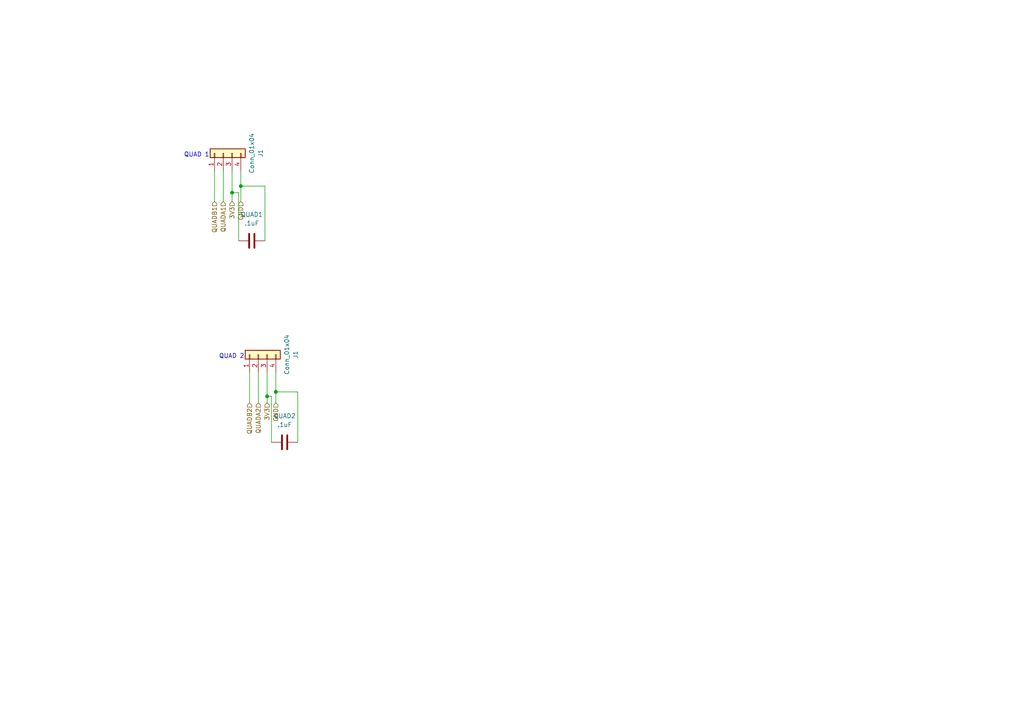
<source format=kicad_sch>
(kicad_sch (version 20230121) (generator eeschema)
  (paper "A4")
  (lib_symbols
    (symbol "Connector_Generic:Conn_01x04" (pin_names (offset 1.016) hide)
      (property "Reference" "J" (at 0 5.08 0))
      (property "Value" "Conn_01x04" (at 0 -7.62 0))
      (symbol "Conn_01x04_1_1"
        (rectangle (start -1.27 -4.953) (end 0 -5.207) (stroke (width 0.1524)))
        (rectangle (start -1.27 -2.413) (end 0 -2.667) (stroke (width 0.1524)))
        (rectangle (start -1.27 0.127) (end 0 -0.127) (stroke (width 0.1524)))
        (rectangle (start -1.27 2.667) (end 0 2.413) (stroke (width 0.1524)))
        (rectangle (start -1.27 3.81) (end 1.27 -6.35) (stroke (width 0.254)) (fill (type background)))
        (pin passive line (at -5.08 2.54 0) (length 3.81) (name "Pin_1") (number "1"))
        (pin passive line (at -5.08 0 0) (length 3.81) (name "Pin_2") (number "2"))
        (pin passive line (at -5.08 -2.54 0) (length 3.81) (name "Pin_3") (number "3"))
        (pin passive line (at -5.08 -5.08 0) (length 3.81) (name "Pin_4") (number "4"))
      )
    )
    (symbol "Device:C" (pin_numbers hide) (pin_names (offset 0.254))
      (property "Reference" "C" (at 0.635 2.54 0))
      (property "Value" "C" (at 0.635 -2.54 0))
      (symbol "C_0_1"
        (polyline (pts (xy -2.032 -0.762) (xy 2.032 -0.762)) (stroke (width 0.508)))
        (polyline (pts (xy -2.032 0.762) (xy 2.032 0.762)) (stroke (width 0.508)))
      )
      (symbol "C_1_1"
        (pin passive line (at 0 3.81 270) (length 2.794) (name "~") (number "1"))
        (pin passive line (at 0 -3.81 90) (length 2.794) (name "~") (number "2"))
      )
    )
  )
  (junction (at 80.01 113.665))
  (junction (at 77.47 114.935))
  (junction (at 69.85 53.975))
  (junction (at 67.31 55.88))
  (wire (pts (xy 80.01 107.95) (xy 80.01 113.665)))
  (wire (pts (xy 64.77 49.53) (xy 64.77 58.42)))
  (wire (pts (xy 72.39 107.95) (xy 72.39 116.84)))
  (wire (pts (xy 67.31 55.88) (xy 67.31 58.42)))
  (wire (pts (xy 67.31 49.53) (xy 67.31 55.88)))
  (wire (pts (xy 76.835 53.975) (xy 69.85 53.975)))
  (wire (pts (xy 86.36 113.665) (xy 80.01 113.665)))
  (wire (pts (xy 80.01 113.665) (xy 80.01 116.84)))
  (wire (pts (xy 77.47 114.935) (xy 77.47 116.84)))
  (wire (pts (xy 74.93 107.95) (xy 74.93 116.84)))
  (wire (pts (xy 78.74 128.27) (xy 78.74 114.935)))
  (wire (pts (xy 69.215 69.85) (xy 69.215 55.88)))
  (wire (pts (xy 77.47 107.95) (xy 77.47 114.935)))
  (wire (pts (xy 62.23 49.53) (xy 62.23 58.42)))
  (wire (pts (xy 69.85 49.53) (xy 69.85 53.975)))
  (wire (pts (xy 78.74 114.935) (xy 77.47 114.935)))
  (wire (pts (xy 86.36 128.27) (xy 86.36 113.665)))
  (wire (pts (xy 69.85 53.975) (xy 69.85 58.42)))
  (wire (pts (xy 69.215 55.88) (xy 67.31 55.88)))
  (wire (pts (xy 76.835 69.85) (xy 76.835 53.975)))
  (text "QUAD 1" (at 53.34 45.72 0) (effects (font (size 1.27 1.27)) (justify left bottom)))
  (text "QUAD 2" (at 63.5 104.14 0) (effects (font (size 1.27 1.27)) (justify left bottom)))
  (hierarchical_label "QUADA2" (shape input) (at 74.93 116.84 270))
  (hierarchical_label "GND" (shape input) (at 80.01 116.84 270))
  (hierarchical_label "QUADB2" (shape input) (at 72.39 116.84 270))
  (hierarchical_label "GND" (shape input) (at 69.85 58.42 270))
  (hierarchical_label "3V3" (shape input) (at 67.31 58.42 270))
  (hierarchical_label "QUADB1" (shape input) (at 62.23 58.42 270))
  (hierarchical_label "QUADA1" (shape input) (at 64.77 58.42 270))
  (hierarchical_label "3V3" (shape input) (at 77.47 116.84 270))
  (symbol (lib_id "Connector_Generic:Conn_01x04") (at 64.77 44.45 90) (unit 1)
    (property "Reference" "J1" (at 75.565 44.45 0))
    (property "Value" "Conn_01x04" (at 73.025 44.45 0))
    (property "Footprint" "Connector_JST:JST_PH_S4B-PH-K_1x04_P2.00mm_Horizontal" (effects hide))
    (instances (project "ROSE-PILK_v1" (path "" (reference "J1") (unit 1)) (path "" (reference "J7") (unit 1)) (path "" (reference "J7") (unit 1))))
  )
  (symbol (lib_id "Connector_Generic:Conn_01x04") (at 74.93 102.87 90) (unit 1)
    (property "Reference" "J1" (at 85.725 102.87 0))
    (property "Value" "Conn_01x04" (at 83.185 102.87 0))
    (property "Footprint" "Connector_JST:JST_PH_S4B-PH-K_1x04_P2.00mm_Horizontal" (effects hide))
    (instances (project "ROSE-PILK_v1" (path "" (reference "J1") (unit 1)) (path "" (reference "J11") (unit 1)) (path "" (reference "J11") (unit 1))))
  )
  (symbol (lib_id "Device:C") (at 73.025 69.85 90) (unit 1)
    (property "Reference" "QUAD1" (at 73.025 62.23 90))
    (property "Value" ".1uF" (at 73.025 64.77 90))
    (property "Footprint" "Capacitor_THT:C_Disc_D7.0mm_W2.5mm_P5.00mm" (effects hide))
  )
  (symbol (lib_id "Device:C") (at 82.55 128.27 90) (unit 1)
    (property "Reference" "QUAD2" (at 82.55 120.65 90))
    (property "Value" ".1uF" (at 82.55 123.19 90))
    (property "Footprint" "Capacitor_THT:C_Disc_D7.0mm_W2.5mm_P5.00mm" (effects hide))
  )
)
</source>
